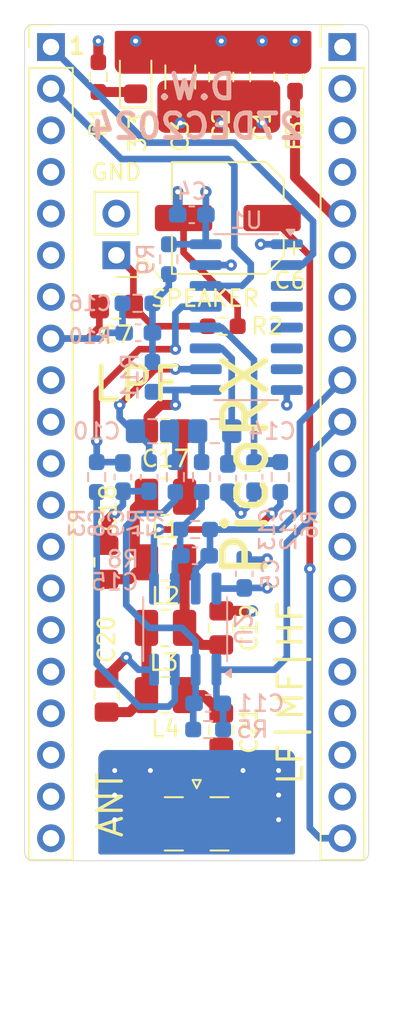
<source format=kicad_pcb>
(kicad_pcb (version 20240108) (generator "pcbnew") (generator_version "8.0")
  (layers (0 "F.Cu" signal) (1 "In1.Cu" signal) (2 "In2.Cu" signal) (31 "B.Cu" signal) (34 "B.Paste" user) (35 "F.Paste" user) (36 "B.SilkS" user "B.Silkscreen") (37 "F.SilkS" user "F.Silkscreen") (38 "B.Mask" user) (39 "F.Mask" user) (44 "Edge.Cuts" user))
  (net 0 "")
  (net 1 "GND")
  (net 2 "+3.3VA")
  (net 3 "Net-(U1-2B1)")
  (net 4 "Net-(U1-2B4)")
  (net 5 "Net-(U1-2A)")
  (net 6 "Net-(C14-Pad2)")
  (net 7 "Net-(U2A--)")
  (net 8 "/RX_Q")
  (net 9 "Net-(U1-2B2)")
  (net 10 "Net-(U1-2B3)")
  (net 11 "Net-(U2B--)")
  (net 12 "/RX_I")
  (net 13 "Net-(C21-Pad2)")
  (net 14 "/SPEAKER")
  (net 15 "/LO_Q")
  (net 16 "/LO_I")
  (net 17 "Net-(U2A-+)")
  (net 18 "Net-(U2B-+)")
  (net 24 "Net-(C6-Pad2)")
  (net 25 "Net-(J3-Pin_1)")
  (net 26 "Net-(C10-Pad2)")
  (net 27 "Net-(C16-Pad1)")
  (net 28 "Net-(C17-Pad1)")
  (net 29 "Net-(C18-Pad1)")
  (net 30 "Net-(C19-Pad1)")
  (net 31 "Net-(C20-Pad1)")
  (net 32 "Net-(J4-In)")
  (net 33 "Net-(J2-Pin_5)")
  (net 61 "Net-(D1-K)")
  (footprint "Capacitor_SMD:C_0805_2012Metric_Pad1.18x1.45mm_HandSolder" (layer "F.Cu") (at 105 140.9 90)
    (property "Reference" "C20" (at 3.4 0 90) (layer "F.SilkS"))
    (property "Value" "130p" (hide yes))
    (pad "1" smd roundrect (at -1.0375 0 90) (size 1.175 1.45) (layers "F.Cu" "F.Paste" "F.Mask") (roundrect_rratio 0.212766) (net 31 "Net-(C20-Pad1)"))
    (pad "2" smd roundrect (at 1.0375 0 90) (size 1.175 1.45) (layers "F.Cu" "F.Paste" "F.Mask") (roundrect_rratio 0.212766) (net 1 "GND"))
  )
  (footprint "Capacitor_SMD:C_0805_2012Metric_Pad1.18x1.45mm_HandSolder" (layer "F.Cu") (at 112 143.0375 90)
    (property "Reference" "C21" (at 0 1.7 90) (layer "F.SilkS"))
    (property "Value" "10n" (hide yes))
    (pad "1" smd roundrect (at -1.0375 0 90) (size 1.175 1.45) (layers "F.Cu" "F.Paste" "F.Mask") (roundrect_rratio 0.212766) (net 32 "Net-(J4-In)"))
    (pad "2" smd roundrect (at 1.0375 0 90) (size 1.175 1.45) (layers "F.Cu" "F.Paste" "F.Mask") (roundrect_rratio 0.212766) (net 13 "Net-(C21-Pad2)"))
  )
  (footprint "Inductor_SMD:L_1008_2520Metric_Pad1.43x2.20mm_HandSolder" (layer "F.Cu") (at 108.6 140.9 180)
    (property "Reference" "L4" (at 0 -2.05 0) (layer "F.SilkS"))
    (property "Value" "470n" (hide yes))
    (pad "1" smd roundrect (at -1.1625 0 180) (size 1.425 2.2) (layers "F.Cu" "F.Paste" "F.Mask") (roundrect_rratio 0.175439) (net 13 "Net-(C21-Pad2)"))
    (pad "2" smd roundrect (at 1.1625 0 180) (size 1.425 2.2) (layers "F.Cu" "F.Paste" "F.Mask") (roundrect_rratio 0.175439) (net 31 "Net-(C20-Pad1)"))
  )
  (footprint "LED_SMD:LED_0805_2012Metric_Pad1.15x1.40mm_HandSolder" (layer "F.Cu") (at 106.775 103.2 90)
    (property "Reference" "D1" (hide yes))
    (property "Value" "LED" (hide yes))
    (pad "1" smd roundrect (at -1.025 0 90) (size 1.15 1.4) (layers "F.Cu" "F.Paste" "F.Mask") (roundrect_rratio 0.217391) (net 61 "Net-(D1-K)"))
    (pad "2" smd roundrect (at 1.025 0 90) (size 1.15 1.4) (layers "F.Cu" "F.Paste" "F.Mask") (roundrect_rratio 0.217391) (net 2 "+3.3VA"))
  )
  (footprint "Capacitor_SMD:C_0805_2012Metric_Pad1.18x1.45mm_HandSolder" (layer "F.Cu") (at 105.6 117.2)
    (property "Reference" "C7" (at 0 1.7 0) (layer "F.SilkS"))
    (property "Value" "470n" (hide yes))
    (pad "1" smd roundrect (at -1.0375 0) (size 1.175 1.45) (layers "F.Cu" "F.Paste" "F.Mask") (roundrect_rratio 0.212766) (net 1 "GND"))
    (pad "2" smd roundrect (at 1.0375 0) (size 1.175 1.45) (layers "F.Cu" "F.Paste" "F.Mask") (roundrect_rratio 0.212766) (net 25 "Net-(J3-Pin_1)"))
  )
  (footprint "Connector_PinHeader_2.54mm:PinHeader_1x02_P2.54mm_Vertical" (layer "F.Cu") (at 105.6 114.07 180)
    (property "Reference" "J3" (hide yes))
    (property "Value" "Conn_01x02_Pin" (hide yes))
    (pad "1" thru_hole rect (at 0 0 180) (size 1.7 1.7) (drill 1) (layers "*.Cu" "*.Mask") (net 25 "Net-(J3-Pin_1)"))
    (pad "2" thru_hole oval (at 0 2.54 180) (size 1.7 1.7) (drill 1) (layers "*.Cu" "*.Mask") (net 1 "GND"))
  )
  (footprint "Connector_PinHeader_2.54mm:PinHeader_1x20_P2.54mm_Vertical" (layer "F.Cu") (at 119.39 101.37)
    (property "Reference" "J2" (hide yes))
    (property "Value" "Conn_01x20_Pin" (hide yes))
    (pad "1" thru_hole rect (at 0 0) (size 1.7 1.7) (drill 1) (layers "*.Cu" "*.Mask"))
    (pad "2" thru_hole oval (at 0 2.54) (size 1.7 1.7) (drill 1) (layers "*.Cu" "*.Mask"))
    (pad "3" thru_hole oval (at 0 5.08) (size 1.7 1.7) (drill 1) (layers "*.Cu" "*.Mask") (net 1 "GND"))
    (pad "4" thru_hole oval (at 0 7.62) (size 1.7 1.7) (drill 1) (layers "*.Cu" "*.Mask"))
    (pad "5" thru_hole oval (at 0 10.16) (size 1.7 1.7) (drill 1) (layers "*.Cu" "*.Mask") (net 33 "Net-(J2-Pin_5)"))
    (pad "6" thru_hole oval (at 0 12.7) (size 1.7 1.7) (drill 1) (layers "*.Cu" "*.Mask"))
    (pad "7" thru_hole oval (at 0 15.24) (size 1.7 1.7) (drill 1) (layers "*.Cu" "*.Mask"))
    (pad "8" thru_hole oval (at 0 17.78) (size 1.7 1.7) (drill 1) (layers "*.Cu" "*.Mask"))
    (pad "9" thru_hole oval (at 0 20.32) (size 1.7 1.7) (drill 1) (layers "*.Cu" "*.Mask") (net 12 "/RX_I"))
    (pad "10" thru_hole oval (at 0 22.86) (size 1.7 1.7) (drill 1) (layers "*.Cu" "*.Mask") (net 8 "/RX_Q"))
    (pad "11" thru_hole oval (at 0 25.4) (size 1.7 1.7) (drill 1) (layers "*.Cu" "*.Mask"))
    (pad "12" thru_hole oval (at 0 27.94) (size 1.7 1.7) (drill 1) (layers "*.Cu" "*.Mask"))
    (pad "13" thru_hole oval (at 0 30.48) (size 1.7 1.7) (drill 1) (layers "*.Cu" "*.Mask") (net 1 "GND"))
    (pad "14" thru_hole oval (at 0 33.02) (size 1.7 1.7) (drill 1) (layers "*.Cu" "*.Mask"))
    (pad "15" thru_hole oval (at 0 35.56) (size 1.7 1.7) (drill 1) (layers "*.Cu" "*.Mask"))
    (pad "16" thru_hole oval (at 0 38.1) (size 1.7 1.7) (drill 1) (layers "*.Cu" "*.Mask"))
    (pad "17" thru_hole oval (at 0 40.64) (size 1.7 1.7) (drill 1) (layers "*.Cu" "*.Mask"))
    (pad "18" thru_hole oval (at 0 43.18) (size 1.7 1.7) (drill 1) (layers "*.Cu" "*.Mask") (net 1 "GND"))
    (pad "19" thru_hole oval (at 0 45.72) (size 1.7 1.7) (drill 1) (layers "*.Cu" "*.Mask"))
    (pad "20" thru_hole oval (at 0 48.26) (size 1.7 1.7) (drill 1) (layers "*.Cu" "*.Mask") (net 14 "/SPEAKER"))
  )
  (footprint "Connector_Coaxial:SMA_Samtec_SMA-J-P-H-ST-EM1_EdgeMount" (layer "F.Cu") (at 110.5 148.8375 -90)
    (property "Reference" "J4" (hide yes))
    (property "Value" "Conn_Coaxial" (hide yes))
    (pad "1" smd roundrect (at 0 0) (size 1.27 3.2) (layers "F.Cu" "F.Mask") (roundrect_rratio 0.1968503937) (net 32 "Net-(J4-In)"))
    (pad "2" smd roundrect (at -0.25 -2.825) (size 1.35 3.7) (layers "F.Cu" "F.Mask") (roundrect_rratio 0.1851851852) (net 1 "GND"))
    (pad "2" smd roundrect (at -0.25 -2.825) (size 1.35 3.7) (layers "B.Cu" "B.Mask") (roundrect_rratio 0.1851851852) (net 1 "GND"))
    (pad "2" smd roundrect (at -0.25 2.825) (size 1.35 3.7) (layers "F.Cu" "F.Mask") (roundrect_rratio 0.1851851852) (net 1 "GND"))
    (pad "2" smd roundrect (at -0.25 2.825) (size 1.35 3.7) (layers "B.Cu" "B.Mask") (roundrect_rratio 0.1851851852) (net 1 "GND"))
  )
  (footprint "Capacitor_SMD:C_0805_2012Metric_Pad1.18x1.45mm_HandSolder" (layer "F.Cu") (at 105 132.8 90)
    (property "Reference" "C18" (at 3.3 0.1 90) (layer "F.SilkS"))
    (property "Value" "150p" (hide yes))
    (pad "1" smd roundrect (at -1.0375 0 90) (size 1.175 1.45) (layers "F.Cu" "F.Paste" "F.Mask") (roundrect_rratio 0.212766) (net 29 "Net-(C18-Pad1)"))
    (pad "2" smd roundrect (at 1.0375 0 90) (size 1.175 1.45) (layers "F.Cu" "F.Paste" "F.Mask") (roundrect_rratio 0.212766) (net 1 "GND"))
  )
  (footprint "Inductor_SMD:L_0603_1608Metric_Pad1.05x0.95mm_HandSolder" (layer "F.Cu") (at 116.5 103.2 -90)
    (property "Reference" "FB1" (at 4.6 0 90) (layer "F.SilkS") (effects (justify left)))
    (property "Value" "FerriteBead" (hide yes))
    (pad "1" smd roundrect (at -0.875 0 270) (size 1.05 0.95) (layers "F.Cu" "F.Paste" "F.Mask") (net 2 "+3.3VA"))
    (pad "2" smd roundrect (at 0.875 0 270) (size 1.05 0.95) (layers "F.Cu" "F.Paste" "F.Mask") (net 33 "Net-(J2-Pin_5)"))
  )
  (footprint "Resistor_SMD:R_0603_1608Metric_Pad0.98x0.95mm_HandSolder" (layer "F.Cu") (at 104.5 103.2 -90)
    (property "Reference" "R1" (at 3.8 0 90) (layer "F.SilkS") (effects (justify left)))
    (property "Value" "470" (hide yes))
    (pad "1" smd roundrect (at -0.9125 0 270) (size 0.975 0.95) (layers "F.Cu" "F.Paste" "F.Mask") (net 1 "GND"))
    (pad "2" smd roundrect (at 0.9125 0 270) (size 0.975 0.95) (layers "F.Cu" "F.Paste" "F.Mask") (net 61 "Net-(D1-K)"))
  )
  (footprint "Capacitor_SMD:C_0805_2012Metric_Pad1.18x1.45mm_HandSolder" (layer "F.Cu") (at 112 103.2 -90)
    (property "Reference" "C2" (at 4 0 90) (layer "F.SilkS") (effects (justify left)))
    (property "Value" "1u" (hide yes))
    (pad "1" smd roundrect (at -1.0375 0 270) (size 1.175 1.45) (layers "F.Cu" "F.Paste" "F.Mask") (roundrect_rratio 0.212766) (net 2 "+3.3VA"))
    (pad "2" smd roundrect (at 1.0375 0 270) (size 1.175 1.45) (layers "F.Cu" "F.Paste" "F.Mask") (roundrect_rratio 0.212766) (net 1 "GND"))
  )
  (footprint "Inductor_SMD:L_1008_2520Metric_Pad1.43x2.20mm_HandSolder" (layer "F.Cu") (at 108.6 132.8 180)
    (property "Reference" "L2" (at 0 -2.05 0) (layer "F.SilkS"))
    (property "Value" "680n" (hide yes))
    (pad "1" smd roundrect (at -1.1625 0 180) (size 1.425 2.2) (layers "F.Cu" "F.Paste" "F.Mask") (roundrect_rratio 0.175439) (net 30 "Net-(C19-Pad1)"))
    (pad "2" smd roundrect (at 1.1625 0 180) (size 1.425 2.2) (layers "F.Cu" "F.Paste" "F.Mask") (roundrect_rratio 0.175439) (net 29 "Net-(C18-Pad1)"))
  )
  (footprint "Capacitor_SMD:C_1206_3216Metric_Pad1.33x1.80mm_HandSolder" (layer "F.Cu") (at 109.5 103.2 -90)
    (property "Reference" "C3" (at 3.6 0 90) (layer "F.SilkS"))
    (property "Value" "10u" (hide yes))
    (pad "1" smd roundrect (at -1.5625 0 270) (size 1.325 1.8) (layers "F.Cu" "F.Paste" "F.Mask") (roundrect_rratio 0.188679) (net 2 "+3.3VA"))
    (pad "2" smd roundrect (at 1.5625 0 270) (size 1.325 1.8) (layers "F.Cu" "F.Paste" "F.Mask") (roundrect_rratio 0.188679) (net 1 "GND"))
  )
  (footprint "Capacitor_SMD:C_0805_2012Metric_Pad1.18x1.45mm_HandSolder" (layer "F.Cu") (at 112 136.8 90)
    (property "Reference" "C19" (at 0 1.7 90) (layer "F.SilkS"))
    (property "Value" "150p" (hide yes))
    (pad "1" smd roundrect (at -1.0375 0 90) (size 1.175 1.45) (layers "F.Cu" "F.Paste" "F.Mask") (roundrect_rratio 0.212766) (net 30 "Net-(C19-Pad1)"))
    (pad "2" smd roundrect (at 1.0375 0 90) (size 1.175 1.45) (layers "F.Cu" "F.Paste" "F.Mask") (roundrect_rratio 0.212766) (net 1 "GND"))
  )
  (footprint "Capacitor_SMD:C_0805_2012Metric_Pad1.18x1.45mm_HandSolder" (layer "F.Cu") (at 108.6 124.8 180)
    (property "Reference" "C17" (at 0 -1.68 0) (layer "F.SilkS"))
    (property "Value" "10n" (hide yes))
    (pad "1" smd roundrect (at -1.0375 0 180) (size 1.175 1.45) (layers "F.Cu" "F.Paste" "F.Mask") (roundrect_rratio 0.212766) (net 28 "Net-(C17-Pad1)"))
    (pad "2" smd roundrect (at 1.0375 0 180) (size 1.175 1.45) (layers "F.Cu" "F.Paste" "F.Mask") (roundrect_rratio 0.212766) (net 5 "Net-(U1-2A)"))
  )
  (footprint "Resistor_SMD:R_0603_1608Metric_Pad0.98x0.95mm_HandSolder" (layer "F.Cu") (at 112.0875 118.4 180)
    (property "Reference" "R2" (at -2.7125 0 0) (layer "F.SilkS"))
    (property "Value" "100" (hide yes))
    (pad "1" smd roundrect (at -0.9125 0 180) (size 0.975 0.95) (layers "F.Cu" "F.Paste" "F.Mask") (net 24 "Net-(C6-Pad2)"))
    (pad "2" smd roundrect (at 0.9125 0 180) (size 0.975 0.95) (layers "F.Cu" "F.Paste" "F.Mask") (net 25 "Net-(J3-Pin_1)"))
  )
  (footprint "Connector_PinHeader_2.54mm:PinHeader_1x20_P2.54mm_Vertical" (layer "F.Cu") (at 101.61 101.37)
    (property "Reference" "J1" (hide yes))
    (property "Value" "Conn_01x20_Pin" (hide yes))
    (pad "1" thru_hole rect (at 0 0) (size 1.7 1.7) (drill 1) (layers "*.Cu" "*.Mask") (net 15 "/LO_Q"))
    (pad "2" thru_hole oval (at 0 2.54) (size 1.7 1.7) (drill 1) (layers "*.Cu" "*.Mask") (net 16 "/LO_I"))
    (pad "3" thru_hole oval (at 0 5.08) (size 1.7 1.7) (drill 1) (layers "*.Cu" "*.Mask") (net 1 "GND"))
    (pad "4" thru_hole oval (at 0 7.62) (size 1.7 1.7) (drill 1) (layers "*.Cu" "*.Mask"))
    (pad "5" thru_hole oval (at 0 10.16) (size 1.7 1.7) (drill 1) (layers "*.Cu" "*.Mask"))
    (pad "6" thru_hole oval (at 0 12.7) (size 1.7 1.7) (drill 1) (layers "*.Cu" "*.Mask"))
    (pad "7" thru_hole oval (at 0 15.24) (size 1.7 1.7) (drill 1) (layers "*.Cu" "*.Mask"))
    (pad "8" thru_hole oval (at 0 17.78) (size 1.7 1.7) (drill 1) (layers "*.Cu" "*.Mask") (net 1 "GND"))
    (pad "9" thru_hole oval (at 0 20.32) (size 1.7 1.7) (drill 1) (layers "*.Cu" "*.Mask"))
    (pad "10" thru_hole oval (at 0 22.86) (size 1.7 1.7) (drill 1) (layers "*.Cu" "*.Mask"))
    (pad "11" thru_hole oval (at 0 25.4) (size 1.7 1.7) (drill 1) (layers "*.Cu" "*.Mask"))
    (pad "12" thru_hole oval (at 0 27.94) (size 1.7 1.7) (drill 1) (layers "*.Cu" "*.Mask"))
    (pad "13" thru_hole oval (at 0 30.48) (size 1.7 1.7) (drill 1) (layers "*.Cu" "*.Mask") (net 1 "GND"))
    (pad "14" thru_hole oval (at 0 33.02) (size 1.7 1.7) (drill 1) (layers "*.Cu" "*.Mask"))
    (pad "15" thru_hole oval (at 0 35.56) (size 1.7 1.7) (drill 1) (layers "*.Cu" "*.Mask"))
    (pad "16" thru_hole oval (at 0 38.1) (size 1.7 1.7) (drill 1) (layers "*.Cu" "*.Mask"))
    (pad "17" thru_hole oval (at 0 40.64) (size 1.7 1.7) (drill 1) (layers "*.Cu" "*.Mask"))
    (pad "18" thru_hole oval (at 0 43.18) (size 1.7 1.7) (drill 1) (layers "*.Cu" "*.Mask") (net 1 "GND"))
    (pad "19" thru_hole oval (at 0 45.72) (size 1.7 1.7) (drill 1) (layers "*.Cu" "*.Mask"))
    (pad "20" thru_hole oval (at 0 48.26) (size 1.7 1.7) (drill 1) (layers "*.Cu" "*.Mask"))
  )
  (footprint "Capacitor_SMD:C_0805_2012Metric_Pad1.18x1.45mm_HandSolder" (layer "F.Cu") (at 114.5 103.2 -90)
    (property "Reference" "C1" (at 4 0 90) (layer "F.SilkS") (effects (justify left)))
    (property "Value" "10n" (hide yes))
    (pad "1" smd roundrect (at -1.0375 0 270) (size 1.175 1.45) (layers "F.Cu" "F.Paste" "F.Mask") (roundrect_rratio 0.212766) (net 2 "+3.3VA"))
    (pad "2" smd roundrect (at 1.0375 0 270) (size 1.175 1.45) (layers "F.Cu" "F.Paste" "F.Mask") (roundrect_rratio 0.212766) (net 1 "GND"))
  )
  (footprint "Inductor_SMD:L_1008_2520Metric_Pad1.43x2.20mm_HandSolder" (layer "F.Cu") (at 108.6 128.8)
    (property "Reference" "L1" (at 0 2 0) (layer "F.SilkS"))
    (property "Value" "560n" (hide yes))
    (pad "1" smd roundrect (at -1.1625 0) (size 1.425 2.2) (layers "F.Cu" "F.Paste" "F.Mask") (roundrect_rratio 0.175439) (net 29 "Net-(C18-Pad1)"))
    (pad "2" smd roundrect (at 1.1625 0) (size 1.425 2.2) (layers "F.Cu" "F.Paste" "F.Mask") (roundrect_rratio 0.175439) (net 28 "Net-(C17-Pad1)"))
  )
  (footprint "Capacitor_SMD:CP_Elec_6.3x7.7" (layer "F.Cu") (at 112.4 111.8 180)
    (property "Reference" "C6" (at -3.8 -3.8 0) (layer "F.SilkS"))
    (property "Value" "100u" (hide yes))
    (pad "1" smd roundrect (at -2.7 0 180) (size 3.5 1.6) (layers "F.Cu" "F.Paste" "F.Mask") (roundrect_rratio 0.15625) (net 14 "/SPEAKER"))
    (pad "2" smd roundrect (at 2.7 0 180) (size 3.5 1.6) (layers "F.Cu" "F.Paste" "F.Mask") (roundrect_rratio 0.15625) (net 24 "Net-(C6-Pad2)"))
  )
  (footprint "Inductor_SMD:L_1008_2520Metric_Pad1.43x2.20mm_HandSolder" (layer "F.Cu") (at 108.6 136.8)
    (property "Reference" "L3" (at -0.1 2.1 0) (layer "F.SilkS"))
    (property "Value" "680n" (hide yes))
    (pad "1" smd roundrect (at -1.1625 0) (size 1.425 2.2) (layers "F.Cu" "F.Paste" "F.Mask") (roundrect_rratio 0.175439) (net 31 "Net-(C20-Pad1)"))
    (pad "2" smd roundrect (at 1.1625 0) (size 1.425 2.2) (layers "F.Cu" "F.Paste" "F.Mask") (roundrect_rratio 0.175439) (net 30 "Net-(C19-Pad1)"))
  )
  (footprint "Resistor_SMD:R_0603_1608Metric_Pad0.98x0.95mm_HandSolder" (layer "B.Cu") (at 106.8875 117)
    (property "Reference" "R10" (at -2.8875 2 0) (layer "B.SilkS") (effects (font (size 0.9 0.9)) (justify mirror)))
    (property "Value" "10K" (hide yes))
    (pad "1" smd roundrect (at -0.9125 0) (size 0.975 0.95) (layers "B.Cu" "B.Paste" "B.Mask") (net 1 "GND"))
    (pad "2" smd roundrect (at 0.9125 0) (size 0.975 0.95) (layers "B.Cu" "B.Paste" "B.Mask") (net 27 "Net-(C16-Pad1)"))
  )
  (footprint "Resistor_SMD:R_0603_1608Metric_Pad0.98x0.95mm_HandSolder" (layer "B.Cu") (at 115.6 127.6 -90)
    (property "Reference" "R6" (at 2.9 -1.8 90) (layer "B.SilkS") (effects (font (size 0.9 0.9)) (justify mirror)))
    (property "Value" "82" (hide yes))
    (pad "1" smd roundrect (at -0.9125 0 270) (size 0.975 0.95) (layers "B.Cu" "B.Paste" "B.Mask") (net 10 "Net-(U1-2B3)"))
    (pad "2" smd roundrect (at 0.9125 0 270) (size 0.975 0.95) (layers "B.Cu" "B.Paste" "B.Mask") (net 18 "Net-(U2B-+)"))
  )
  (footprint "Capacitor_SMD:C_0805_2012Metric_Pad1.18x1.45mm_HandSolder" (layer "B.Cu") (at 107.8 124.8)
    (property "Reference" "C10" (at -3.4 0 0) (layer "B.SilkS") (effects (justify mirror)))
    (property "Value" "10u" (hide yes))
    (pad "1" smd roundrect (at -1.0375 0) (size 1.175 1.45) (layers "B.Cu" "B.Paste" "B.Mask") (roundrect_rratio 0.212766) (net 3 "Net-(U1-2B1)"))
    (pad "2" smd roundrect (at 1.0375 0) (size 1.175 1.45) (layers "B.Cu" "B.Paste" "B.Mask") (roundrect_rratio 0.212766) (net 26 "Net-(C10-Pad2)"))
  )
  (footprint "Resistor_SMD:R_0603_1608Metric_Pad0.98x0.95mm_HandSolder" (layer "B.Cu") (at 111.2 143)
    (property "Reference" "R5" (at 2.7 0 0) (layer "B.SilkS") (effects (justify mirror)))
    (property "Value" "56k" (hide yes))
    (pad "1" smd roundrect (at -0.9125 0) (size 0.975 0.95) (layers "B.Cu" "B.Paste" "B.Mask") (net 7 "Net-(U2A--)"))
    (pad "2" smd roundrect (at 0.9125 0) (size 0.975 0.95) (layers "B.Cu" "B.Paste" "B.Mask") (net 8 "/RX_Q"))
  )
  (footprint "Capacitor_SMD:C_0603_1608Metric_Pad1.08x0.95mm_HandSolder" (layer "B.Cu") (at 111.2 141.4)
    (property "Reference" "C11" (at 3.2 0 0) (layer "B.SilkS") (effects (justify mirror)))
    (property "Value" "220p" (hide yes))
    (pad "1" smd roundrect (at -0.8625 0) (size 1.075 0.95) (layers "B.Cu" "B.Paste" "B.Mask") (net 7 "Net-(U2A--)"))
    (pad "2" smd roundrect (at 0.8625 0) (size 1.075 0.95) (layers "B.Cu" "B.Paste" "B.Mask") (net 8 "/RX_Q"))
  )
  (footprint "Capacitor_SMD:C_0603_1608Metric_Pad1.08x0.95mm_HandSolder" (layer "B.Cu") (at 106 127.6 -90)
    (property "Reference" "C8" (at 2.8 1.6 90) (layer "B.SilkS") (effects (font (size 0.9 0.9)) (justify mirror)))
    (property "Value" "56n" (hide yes))
    (pad "1" smd roundrect (at -0.8625 0 270) (size 1.075 0.95) (layers "B.Cu" "B.Paste" "B.Mask") (net 4 "Net-(U1-2B4)"))
    (pad "2" smd roundrect (at 0.8625 0 270) (size 1.075 0.95) (layers "B.Cu" "B.Paste" "B.Mask") (net 1 "GND"))
  )
  (footprint "Resistor_SMD:R_0603_1608Metric_Pad0.98x0.95mm_HandSolder" (layer "B.Cu") (at 107.8 121.4875 90)
    (property "Reference" "R11" (at 0 -1.375 90) (layer "B.SilkS") (effects (justify mirror)))
    (property "Value" "1k" (hide yes))
    (pad "1" smd roundrect (at -0.9125 0 90) (size 0.975 0.95) (layers "B.Cu" "B.Paste" "B.Mask") (net 5 "Net-(U1-2A)"))
    (pad "2" smd roundrect (at 0.9125 0 90) (size 0.975 0.95) (layers "B.Cu" "B.Paste" "B.Mask") (net 27 "Net-(C16-Pad1)"))
  )
  (footprint "Capacitor_SMD:C_0603_1608Metric_Pad1.08x0.95mm_HandSolder" (layer "B.Cu") (at 113.4 133.5 90)
    (property "Reference" "C5" (at 0 1.6 90) (layer "B.SilkS") (effects (justify mirror)))
    (property "Value" "100n" (hide yes))
    (pad "1" smd roundrect (at -0.8625 0 90) (size 1.075 0.95) (layers "B.Cu" "B.Paste" "B.Mask") (net 2 "+3.3VA"))
    (pad "2" smd roundrect (at 0.8625 0 90) (size 1.075 0.95) (layers "B.Cu" "B.Paste" "B.Mask") (net 1 "GND"))
  )
  (footprint "Package_SO:SOIC-8_3.9x4.9mm_P1.27mm" (layer "B.Cu") (at 109.8 136.875 90)
    (property "Reference" "U2" (at 0 3.5 -90) (layer "B.SilkS") (effects (justify mirror)))
    (property "Value" "MCP6022" (hide yes))
    (pad "1" smd roundrect (at -2.475 1.905 90) (size 1.95 0.6) (layers "B.Cu" "B.Paste" "B.Mask") (net 8 "/RX_Q"))
    (pad "2" smd roundrect (at -2.475 0.635 90) (size 1.95 0.6) (layers "B.Cu" "B.Paste" "B.Mask") (net 7 "Net-(U2A--)"))
    (pad "3" smd roundrect (at -2.475 -0.635 90) (size 1.95 0.6) (layers "B.Cu" "B.Paste" "B.Mask") (net 17 "Net-(U2A-+)"))
    (pad "4" smd roundrect (at -2.475 -1.905 90) (size 1.95 0.6) (layers "B.Cu" "B.Paste" "B.Mask") (net 1 "GND"))
    (pad "5" smd roundrect (at 2.475 -1.905 90) (size 1.95 0.6) (layers "B.Cu" "B.Paste" "B.Mask") (net 18 "Net-(U2B-+)"))
    (pad "6" smd roundrect (at 2.475 -0.635 90) (size 1.95 0.6) (layers "B.Cu" "B.Paste" "B.Mask") (net 11 "Net-(U2B--)"))
    (pad "7" smd roundrect (at 2.475 0.635 90) (size 1.95 0.6) (layers "B.Cu" "B.Paste" "B.Mask") (net 12 "/RX_I"))
    (pad "8" smd roundrect (at 2.475 1.905 90) (size 1.95 0.6) (layers "B.Cu" "B.Paste" "B.Mask") (net 2 "+3.3VA"))
  )
  (footprint "Capacitor_SMD:C_0603_1608Metric_Pad1.08x0.95mm_HandSolder" (layer "B.Cu") (at 107.6 127.6 -90)
    (property "Reference" "C9" (at 2.8 2 90) (layer "B.SilkS") (effects (font (size 0.9 0.9)) (justify mirror)))
    (property "Value" "56n" (hide yes))
    (pad "1" smd roundrect (at -0.8625 0 270) (size 1.075 0.95) (layers "B.Cu" "B.Paste" "B.Mask") (net 3 "Net-(U1-2B1)"))
    (pad "2" smd roundrect (at 0.8625 0 270) (size 1.075 0.95) (layers "B.Cu" "B.Paste" "B.Mask") (net 1 "GND"))
  )
  (footprint "Capacitor_SMD:C_0603_1608Metric_Pad1.08x0.95mm_HandSolder" (layer "B.Cu") (at 112.4 127.6625 -90)
    (property "Reference" "C13" (at 3.1375 -2.4 90) (layer "B.SilkS") (effects (font (size 0.9 0.9)) (justify mirror)))
    (property "Value" "56n" (hide yes))
    (pad "1" smd roundrect (at -0.8625 0 270) (size 1.075 0.95) (layers "B.Cu" "B.Paste" "B.Mask") (net 9 "Net-(U1-2B2)"))
    (pad "2" smd roundrect (at 0.8625 0 270) (size 1.075 0.95) (layers "B.Cu" "B.Paste" "B.Mask") (net 1 "GND"))
  )
  (footprint "Capacitor_SMD:C_0603_1608Metric_Pad1.08x0.95mm_HandSolder" (layer "B.Cu") (at 106.9375 118.8 180)
    (property "Reference" "C16" (at 2.9375 1.8 0) (layer "B.SilkS") (effects (font (size 0.9 0.9)) (justify mirror)))
    (property "Value" "100n" (hide yes))
    (pad "1" smd roundrect (at -0.8625 0 180) (size 1.075 0.95) (layers "B.Cu" "B.Paste" "B.Mask") (net 27 "Net-(C16-Pad1)"))
    (pad "2" smd roundrect (at 0.8625 0 180) (size 1.075 0.95) (layers "B.Cu" "B.Paste" "B.Mask") (net 1 "GND"))
  )
  (footprint "Capacitor_SMD:C_0603_1608Metric_Pad1.08x0.95mm_HandSolder" (layer "B.Cu") (at 110.4 132.4)
    (property "Reference" "C15" (at -4.9 1.6 0) (layer "B.SilkS") (effects (justify mirror)))
    (property "Value" "220p" (hide yes))
    (pad "1" smd roundrect (at -0.8625 0) (size 1.075 0.95) (layers "B.Cu" "B.Paste" "B.Mask") (net 11 "Net-(U2B--)"))
    (pad "2" smd roundrect (at 0.8625 0) (size 1.075 0.95) (layers "B.Cu" "B.Paste" "B.Mask") (net 12 "/RX_I"))
  )
  (footprint "Package_SO:SOIC-16_3.9x9.9mm_P1.27mm" (layer "B.Cu") (at 113.525 117.845 180)
    (property "Reference" "U1" (at 0 5.9 0) (layer "B.SilkS") (effects (justify mirror)))
    (property "Value" "SN74CBTLV3253" (hide yes))
    (pad "1" smd roundrect (at -2.475 4.445 180) (size 1.95 0.6) (layers "B.Cu" "B.Paste" "B.Mask") (net 1 "GND"))
    (pad "2" smd roundrect (at -2.475 3.175 180) (size 1.95 0.6) (layers "B.Cu" "B.Paste" "B.Mask") (net 15 "/LO_Q"))
    (pad "3" smd roundrect (at -2.475 1.905 180) (size 1.95 0.6) (layers "B.Cu" "B.Paste" "B.Mask"))
    (pad "4" smd roundrect (at -2.475 0.635 180) (size 1.95 0.6) (layers "B.Cu" "B.Paste" "B.Mask"))
    (pad "5" smd roundrect (at -2.475 -0.635 180) (size 1.95 0.6) (layers "B.Cu" "B.Paste" "B.Mask"))
    (pad "6" smd roundrect (at -2.475 -1.905 180) (size 1.95 0.6) (layers "B.Cu" "B.Paste" "B.Mask"))
    (pad "7" smd roundrect (at -2.475 -3.175 180) (size 1.95 0.6) (layers "B.Cu" "B.Paste" "B.Mask"))
    (pad "8" smd roundrect (at -2.475 -4.445 180) (size 1.95 0.6) (layers "B.Cu" "B.Paste" "B.Mask") (net 1 "GND"))
    (pad "9" smd roundrect (at 2.475 -4.445 180) (size 1.95 0.6) (layers "B.Cu" "B.Paste" "B.Mask") (net 5 "Net-(U1-2A)"))
    (pad "10" smd roundrect (at 2.475 -3.175 180) (size 1.95 0.6) (layers "B.Cu" "B.Paste" "B.Mask") (net 3 "Net-(U1-2B1)"))
    (pad "11" smd roundrect (at 2.475 -1.905 180) (size 1.95 0.6) (layers "B.Cu" "B.Paste" "B.Mask") (net 9 "Net-(U1-2B2)"))
    (pad "12" smd roundrect (at 2.475 -0.635 180) (size 1.95 0.6) (layers "B.Cu" "B.Paste" "B.Mask") (net 10 "Net-(U1-2B3)"))
    (pad "13" smd roundrect (at 2.475 0.635 180) (size 1.95 0.6) (layers "B.Cu" "B.Paste" "B.Mask") (net 4 "Net-(U1-2B4)"))
    (pad "14" smd roundrect (at 2.475 1.905 180) (size 1.95 0.6) (layers "B.Cu" "B.Paste" "B.Mask") (net 16 "/LO_I"))
    (pad "15" smd roundrect (at 2.475 3.175 180) (size 1.95 0.6) (layers "B.Cu" "B.Paste" "B.Mask") (net 1 "GND"))
    (pad "16" smd roundrect (at 2.475 4.445 180) (size 1.95 0.6) (layers "B.Cu" "B.Paste" "B.Mask") (net 2 "+3.3VA"))
  )
  (footprint "Resistor_SMD:R_0603_1608Metric_Pad0.98x0.95mm_HandSolder" (layer "B.Cu") (at 104.4 127.6 -90)
    (property "Reference" "R3" (at 2.8 1.2 -90) (layer "B.SilkS") (effects (font (size 0.9 0.9)) (justify mirror)))
    (property "Value" "82" (hide yes))
    (pad "1" smd roundrect (at -0.9125 0 270) (size 0.975 0.95) (layers "B.Cu" "B.Paste" "B.Mask") (net 4 "Net-(U1-2B4)"))
    (pad "2" smd roundrect (at 0.9125 0 270) (size 0.975 0.95) (layers "B.Cu" "B.Paste" "B.Mask") (net 17 "Net-(U2A-+)"))
  )
  (footprint "Resistor_SMD:R_0603_1608Metric_Pad0.98x0.95mm_HandSolder" (layer "B.Cu") (at 110.8 127.6 -90)
    (property "Reference" "R7" (at 2.8 2.8 90) (layer "B.SilkS") (effects (font (size 0.9 0.9)) (justify mirror)))
    (property "Value" "82" (hide yes))
    (pad "1" smd roundrect (at -0.9125 0 270) (size 0.975 0.95) (layers "B.Cu" "B.Paste" "B.Mask") (net 6 "Net-(C14-Pad2)"))
    (pad "2" smd roundrect (at 0.9125 0 270) (size 0.975 0.95) (layers "B.Cu" "B.Paste" "B.Mask") (net 11 "Net-(U2B--)"))
  )
  (footprint "Resistor_SMD:R_0603_1608Metric_Pad0.98x0.95mm_HandSolder" (layer "B.Cu") (at 109.2 127.6 -90)
    (property "Reference" "R4" (at 2.8 2.4 -90) (layer "B.SilkS") (effects (font (size 0.9 0.9)) (justify mirror)))
    (property "Value" "82" (hide yes))
    (pad "1" smd roundrect (at -0.9125 0 270) (size 0.975 0.95) (layers "B.Cu" "B.Paste" "B.Mask") (net 26 "Net-(C10-Pad2)"))
    (pad "2" smd roundrect (at 0.9125 0 270) (size 0.975 0.95) (layers "B.Cu" "B.Paste" "B.Mask") (net 7 "Net-(U2A--)"))
  )
  (footprint "Capacitor_SMD:C_0603_1608Metric_Pad1.08x0.95mm_HandSolder" (layer "B.Cu") (at 114 127.6 -90)
    (property "Reference" "C12" (at 3.2 -2.1 -90) (layer "B.SilkS") (effects (font (size 0.9 0.9)) (justify mirror)))
    (property "Value" "56n" (hide yes))
    (pad "1" smd roundrect (at -0.8625 0 270) (size 1.075 0.95) (layers "B.Cu" "B.Paste" "B.Mask") (net 10 "Net-(U1-2B3)"))
    (pad "2" smd roundrect (at 0.8625 0 270) (size 1.075 0.95) (layers "B.Cu" "B.Paste" "B.Mask") (net 1 "GND"))
  )
  (footprint "Capacitor_SMD:C_0805_2012Metric_Pad1.18x1.45mm_HandSolder" (layer "B.Cu") (at 111.6 124.8 180)
    (property "Reference" "C14" (at -3.5 0 0) (layer "B.SilkS") (effects (justify mirror)))
    (property "Value" "10u" (hide yes))
    (pad "1" smd roundrect (at -1.0375 0 180) (size 1.175 1.45) (layers "B.Cu" "B.Paste" "B.Mask") (roundrect_rratio 0.212766) (net 9 "Net-(U1-2B2)"))
    (pad "2" smd roundrect (at 1.0375 0 180) (size 1.175 1.45) (layers "B.Cu" "B.Paste" "B.Mask") (roundrect_rratio 0.212766) (net 6 "Net-(C14-Pad2)"))
  )
  (footprint "Capacitor_SMD:C_0603_1608Metric_Pad1.08x0.95mm_HandSolder" (layer "B.Cu") (at 110.2 111.6 180)
    (property "Reference" "C4" (at 0 1.43 0) (layer "B.SilkS") (effects (justify mirror)))
    (property "Value" "100n" (hide yes))
    (pad "1" smd roundrect (at -0.8625 0 180) (size 1.075 0.95) (layers "B.Cu" "B.Paste" "B.Mask") (net 2 "+3.3VA"))
    (pad "2" smd roundrect (at 0.8625 0 180) (size 1.075 0.95) (layers "B.Cu" "B.Paste" "B.Mask") (net 1 "GND"))
  )
  (footprint "Resistor_SMD:R_0603_1608Metric_Pad0.98x0.95mm_HandSolder" (layer "B.Cu") (at 110.4 130.8)
    (property "Reference" "R8" (at -4.4 1.8 0) (layer "B.SilkS") (effects (justify mirror)))
    (property "Value" "56k" (hide yes))
    (pad "1" smd roundrect (at -0.9125 0) (size 0.975 0.95) (layers "B.Cu" "B.Paste" "B.Mask") (net 11 "Net-(U2B--)"))
    (pad "2" smd roundrect (at 0.9125 0) (size 0.975 0.95) (layers "B.Cu" "B.Paste" "B.Mask") (net 12 "/RX_I"))
  )
  (footprint "Resistor_SMD:R_0603_1608Metric_Pad0.98x0.95mm_HandSolder" (layer "B.Cu") (at 108.8 114.3125 90)
    (property "Reference" "R9" (at 0 -1.4 90) (layer "B.SilkS") (effects (justify mirror)))
    (property "Value" "10k" (hide yes))
    (pad "1" smd roundrect (at -0.9125 0 90) (size 0.975 0.95) (layers "B.Cu" "B.Paste" "B.Mask") (net 27 "Net-(C16-Pad1)"))
    (pad "2" smd roundrect (at 0.9125 0 90) (size 0.975 0.95) (layers "B.Cu" "B.Paste" "B.Mask") (net 2 "+3.3VA"))
  )
  (gr_line (start 107.3 114.3) (end 108.4 115.6) (stroke (width 0.1)) (layer "F.SilkS"))
  (gr_arc (start 100.5 151) (mid 100.146447 150.853553) (end 100 150.5) (stroke (width 0.05)) (layer "Edge.Cuts"))
  (gr_arc (start 120.5 100) (mid 120.853553 100.146447) (end 121 100.5) (stroke (width 0.05)) (layer "Edge.Cuts"))
  (gr_line (start 120.5 100) (end 100.5 100) (stroke (width 0.05)) (layer "Edge.Cuts"))
  (gr_line (start 121 150.5) (end 121 100.5) (stroke (width 0.05)) (layer "Edge.Cuts"))
  (gr_arc (start 100 100.5) (mid 100.146447 100.146447) (end 100.5 100) (stroke (width 0.05)) (layer "Edge.Cuts"))
  (gr_line (start 100 100.5) (end 100 150.5) (stroke (width 0.05)) (layer "Edge.Cuts"))
  (gr_line (start 100.5 151) (end 120.5 151) (stroke (width 0.05)) (layer "Edge.Cuts"))
  (gr_arc (start 121 150.5) (mid 120.853553 150.853553) (end 120.5 151) (stroke (width 0.05)) (layer "Edge.Cuts"))
  (gr_text "D.W.\n27DEC2024" (at 110.5 105 0) (layer "B.SilkS") (effects (font (size 1.5 1.5) (thickness 0.3) (bold yes)) (justify mirror)))
  (gr_text "ANT" (at 106.1 149.7 90) (layer "F.SilkS") (effects (font (size 1.5 1.5) (thickness 0.2)) (justify left bottom)))
  (gr_text "PicoRX" (at 115 133.9 90) (layer "F.SilkS") (effects (font (size 2.6 2.6) (thickness 0.4) (bold yes)) (justify left bottom)))
  (gr_text "1" (at 103.2 101.3 0) (layer "F.SilkS") (effects (font (size 1 1) (thickness 0.2) (bold yes))))
  (gr_text "SPEAKER" (at 111 116.7 0) (layer "F.SilkS") (effects (font (size 1 1))))
  (gr_text "LF|MF|HF" (at 117.1 146.5 90) (layer "F.SilkS") (effects (font (size 1.5 1.5) (thickness 0.2)) (justify left bottom)))
  (gr_text "GND" (at 105.6 109 0) (layer "F.SilkS") (effects (font (size 1 1))))
  (gr_text "LPF" (at 104 123.1 0) (layer "F.SilkS") (effects (font (size 2 2) (thickness 0.3)) (justify left bottom)))
  (gr_text "3.3" (at 107.475 107.9 90) (layer "F.SilkS") (effects (font (size 1 1)) (justify left bottom)))
  (segment (start 104.5 102.2875) (end 104.5 101) (width 0.6096) (layer "F.Cu") (net 1))
  (segment (start 105 131.7625) (end 105 130.3) (width 0.6096) (layer "F.Cu") (net 1))
  (segment (start 104.5625 118.4375) (end 104.5625 117.2) (width 0.4064) (layer "F.Cu") (net 1))
  (segment (start 101.61 119.15) (end 103.85 119.15) (width 0.4064) (layer "F.Cu") (net 1))
  (segment (start 105 130.3) (end 105.5 129.8) (width 0.6096) (layer "F.Cu") (net 1))
  (segment (start 103.85 119.15) (end 104.5625 118.4375) (width 0.4064) (layer "F.Cu") (net 1))
  (segment (start 105 139.8625) (end 105 139.8) (width 0.6096) (layer "F.Cu") (net 1))
  (segment (start 112 135.7625) (end 113.9 135.7625) (width 0.6096) (layer "F.Cu") (net 1))
  (segment (start 105 139.8) (end 106.2 138.6) (width 0.6096) (layer "F.Cu") (net 1))
  (via (at 112.6 114.67) (size 0.7) (drill 0.3) (layers "F.Cu" "B.Cu") (net 1))
  (via (at 109.3375 110.2) (size 0.7) (drill 0.3) (layers "F.Cu" "B.Cu") (net 1))
  (via (at 113.2 129.8) (size 0.7) (drill 0.3) (layers "F.Cu" "B.Cu") (net 1))
  (via (at 114.5 106) (size 0.7) (drill 0.3) (layers "F.Cu" "B.Cu") (net 1))
  (via (at 109.5 106) (size 0.7) (drill 0.3) (layers "F.Cu" "B.Cu") (net 1))
  (via (at 107.675 145.5) (size 0.7) (drill 0.3) (layers "F.Cu" "B.Cu") (net 1))
  (via (at 106.2 138.6) (size 0.7) (drill 0.3) (layers "F.Cu" "B.Cu") (net 1))
  (via (at 113.9 135.7625) (size 0.7) (drill 0.3) (layers "F.Cu" "B.Cu") (net 1))
  (via (at 115.5 145.5) (size 0.7) (drill 0.3) (layers "F.Cu" "B.Cu") (net 1))
  (via (at 104.5 101) (size 0.7) (drill 0.3) (layers "F.Cu" "B.Cu") (net 1))
  (via (at 114.4 113.4) (size 0.7) (drill 0.3) (layers "F.Cu" "B.Cu") (net 1))
  (via (at 105.5 129.8) (size 0.7) (drill 0.3) (layers "F.Cu" "B.Cu") (net 1))
  (via (at 114.8 132.6) (size 0.7) (drill 0.3) (layers "F.Cu" "B.Cu") (net 1))
  (via (at 112 106) (size 0.7) (drill 0.3) (layers "F.Cu" "B.Cu") (net 1))
  (via (at 113.325 145.5) (size 0.7) (drill 0.3) (layers "F.Cu" "B.Cu") (net 1))
  (via (at 105.5 145.5) (size 0.7) (drill 0.3) (layers "F.Cu" "B.Cu") (net 1))
  (via (at 115.5 147) (size 0.7) (drill 0.3) (layers "F.Cu" "B.Cu") (net 1))
  (via (at 105.5 147) (size 0.7) (drill 0.3) (layers "F.Cu" "B.Cu") (net 1))
  (via (at 115.5 148.5) (size 0.7) (drill 0.3) (layers "F.Cu" "B.Cu") (net 1))
  (via (at 105.5 148.5) (size 0.7) (drill 0.3) (layers "F.Cu" "B.Cu") (net 1))
  (via (at 116 123.2) (size 0.7) (drill 0.3) (layers "F.Cu" "B.Cu") (net 1))
  (segment (start 105.975 117) (end 105.975 118.7) (width 0.4064) (layer "B.Cu") (net 1))
  (segment (start 112.4 128.525) (end 112.4 129) (width 0.4064) (layer "B.Cu") (net 1))
  (segment (start 106.2 138.6) (end 106.95 139.35) (width 0.4064) (layer "B.Cu") (net 1))
  (segment (start 105 118.8) (end 104.65 119.15) (width 0.4064) (layer "B.Cu") (net 1))
  (segment (start 109.3375 111.6) (end 109.3375 110.2) (width 0.6096) (layer "B.Cu") (net 1))
  (segment (start 105.975 118.7) (end 106.075 118.8) (width 0.4064) (layer "B.Cu") (net 1))
  (segment (start 107.6 128.4625) (end 106 128.4625) (width 0.4064) (layer "B.Cu") (net 1))
  (segment (start 104.65 119.15) (end 101.61 119.15) (width 0.4064) (layer "B.Cu") (net 1))
  (segment (start 111.05 114.67) (end 112.6 114.67) (width 0.4064) (layer "B.Cu") (net 1))
  (segment (start 112.4 129) (end 113.2 129.8) (width 0.4064) (layer "B.Cu") (net 1))
  (segment (start 106 129.3) (end 105.5 129.8) (width 0.4064) (layer "B.Cu") (net 1))
  (segment (start 114 128.4625) (end 114 129) (width 0.4064) (layer "B.Cu") (net 1))
  (segment (start 114 129) (end 113.2 129.8) (width 0.4064) (layer "B.Cu") (net 1))
  (segment (start 101.96 118.8) (end 101.61 119.15) (width 0.4064) (layer "B.Cu") (net 1))
  (segment (start 116 113.4) (end 114.4 113.4) (width 0.4064) (layer "B.Cu") (net 1))
  (segment (start 116 122.29) (end 116 123.2) (width 0.4064) (layer "B.Cu") (net 1))
  (segment (start 106.075 118.8) (end 105 118.8) (width 0.4064) (layer "B.Cu") (net 1))
  (segment (start 114.7625 132.6375) (end 114.8 132.6) (width 0.4064) (layer "B.Cu") (net 1))
  (segment (start 113.4 132.6375) (end 114.7625 132.6375) (width 0.4064) (layer "B.Cu") (net 1))
  (segment (start 106.95 139.35) (end 107.895 139.35) (width 0.4064) (layer "B.Cu") (net 1))
  (segment (start 106 128.4625) (end 106 129.3) (width 0.4064) (layer "B.Cu") (net 1))
  (segment (start 114.6625 102.325) (end 114.5 102.1625) (width 0.6096) (layer "F.Cu") (net 2))
  (via (at 114.8 134.3625) (size 0.7) (drill 0.3) (layers "F.Cu" "B.Cu") (net 2))
  (via (at 116.5 101) (size 0.7) (drill 0.3) (layers "F.Cu" "B.Cu") (net 2))
  (via (at 106.775 101) (size 0.7) (drill 0.3) (layers "F.Cu" "B.Cu") (net 2))
  (via (at 114.5 101) (size 0.7) (drill 0.3) (layers "F.Cu" "B.Cu") (net 2))
  (via (at 112 101) (size 0.7) (drill 0.3) (layers "F.Cu" "B.Cu") (net 2))
  (via (at 111.0625 110.2) (size 0.7) (drill 0.3) (layers "F.Cu" "B.Cu") (net 2))
  (segment (start 108.8 113.4) (end 111.05 113.4) (width 0.4064) (layer "B.Cu") (net 2))
  (segment (start 111.05 111.6125) (end 111.0625 111.6) (width 0.4064) (layer "B.Cu") (net 2))
  (segment (start 111.05 113.4) (end 111.05 111.6125) (width 0.4064) (layer "B.Cu") (net 2))
  (segment (start 113.3625 134.4) (end 113.4 134.3625) (width 0.4064) (layer "B.Cu") (net 2))
  (segment (start 111.705 134.4) (end 113.3625 134.4) (width 0.4064) (layer "B.Cu") (net 2))
  (segment (start 111.0625 110.2) (end 111.0625 111.6) (width 0.4064) (layer "B.Cu") (net 2))
  (segment (start 113.4 134.3625) (end 114.8 134.3625) (width 0.4064) (layer "B.Cu") (net 2))
  (segment (start 107.98 121.02) (end 105.8 123.2) (width 0.4064) (layer "F.Cu") (net 3))
  (segment (start 109.2 121.02) (end 107.98 121.02) (width 0.4064) (layer "F.Cu") (net 3))
  (via (at 105.8 123.2) (size 0.7) (drill 0.3) (layers "F.Cu" "B.Cu") (net 3))
  (via (at 109.2 121.02) (size 0.7) (drill 0.3) (layers "F.Cu" "B.Cu") (net 3))
  (segment (start 107.6 126.7375) (end 107.6 125.6375) (width 0.4064) (layer "B.Cu") (net 3))
  (segment (start 105.8 124) (end 105.8 123.2) (width 0.4064) (layer "B.Cu") (net 3))
  (segment (start 111.05 121.02) (end 109.2 121.02) (width 0.4064) (layer "B.Cu") (net 3))
  (segment (start 106.6 124.8) (end 105.8 124) (width 0.4064) (layer "B.Cu") (net 3))
  (segment (start 107.6 125.6375) (end 106.7625 124.8) (width 0.4064) (layer "B.Cu") (net 3))
  (segment (start 106.7625 124.8) (end 106.6 124.8) (width 0.4064) (layer "B.Cu") (net 3))
  (segment (start 107 119.8) (end 104.4 122.4) (width 0.4064) (layer "F.Cu") (net 4))
  (segment (start 104.4 122.4) (end 104.4 125.4) (width 0.4064) (layer "F.Cu") (net 4))
  (segment (start 109.2 119.8) (end 107 119.8) (width 0.4064) (layer "F.Cu") (net 4))
  (via (at 104.4 125.4) (size 0.7) (drill 0.3) (layers "F.Cu" "B.Cu") (net 4))
  (via (at 109.2 119.8) (size 0.7) (drill 0.3) (layers "F.Cu" "B.Cu") (net 4))
  (segment (start 111.05 117.21) (end 109.59 117.21) (width 0.4064) (layer "B.Cu") (net 4))
  (segment (start 105.95 126.6875) (end 106 126.7375) (width 0.4064) (layer "B.Cu") (net 4))
  (segment (start 104.4 126.6875) (end 105.95 126.6875) (width 0.4064) (layer "B.Cu") (net 4))
  (segment (start 109.59 117.21) (end 109.2 117.6) (width 0.4064) (layer "B.Cu") (net 4))
  (segment (start 109.2 117.6) (end 109.2 119.8) (width 0.4064) (layer "B.Cu") (net 4))
  (segment (start 104.4 125.4) (end 104.4 126.6875) (width 0.4064) (layer "B.Cu") (net 4))
  (segment (start 109.2 123.2) (end 109.1625 123.2) (width 0.4064) (layer "F.Cu") (net 5))
  (segment (start 107.5625 124.8) (end 107.5625 123.9375) (width 0.6096) (layer "F.Cu") (net 5))
  (segment (start 108.3 123.2) (end 109.2 123.2) (width 0.6096) (layer "F.Cu") (net 5))
  (segment (start 107.5625 123.9375) (end 108.3 123.2) (width 0.6096) (layer "F.Cu") (net 5))
  (via (at 109.2 123.2) (size 0.7) (drill 0.3) (layers "F.Cu" "B.Cu") (net 5))
  (segment (start 109.2 123.2) (end 109.2 122.29) (width 0.4064) (layer "B.Cu") (net 5))
  (segment (start 109.2 122.29) (end 107.71 122.29) (width 0.4064) (layer "B.Cu") (net 5))
  (segment (start 107.71 122.29) (end 107.6 122.4) (width 0.4064) (layer "B.Cu") (net 5))
  (segment (start 111.05 122.29) (end 109.2 122.29) (width 0.4064) (layer "B.Cu") (net 5))
  (segment (start 110.8 126.6875) (end 110.8 125.0375) (width 0.4064) (layer "B.Cu") (net 6))
  (segment (start 110.8 125.0375) (end 110.5625 124.8) (width 0.4064) (layer "B.Cu") (net 6))
  (segment (start 110.435 137.635) (end 110.435 139.35) (width 0.4064) (layer "B.Cu") (net 7))
  (segment (start 110.435 141.3025) (end 110.3375 141.4) (width 0.4064) (layer "B.Cu") (net 7))
  (segment (start 110.2875 143) (end 110.2875 141.45) (width 0.4064) (layer "B.Cu") (net 7))
  (segment (start 109.2 129) (end 108.4 129.8) (width 0.4064) (layer "B.Cu") (net 7))
  (segment (start 107.6 136.8) (end 109.6 136.8) (width 0.4064) (layer "B.Cu") (net 7))
  (segment (start 106.2 135.4) (end 107.6 136.8) (width 0.4064) (layer "B.Cu") (net 7))
  (segment (start 107 129.8) (end 106.2 130.6) (width 0.4064) (layer "B.Cu") (net 7))
  (segment (start 109.6 136.8) (end 110.435 137.635) (width 0.4064) (layer "B.Cu") (net 7))
  (segment (start 108.4 129.8) (end 107 129.8) (width 0.4064) (layer "B.Cu") (net 7))
  (segment (start 106.2 130.6) (end 106.2 135.4) (width 0.4064) (layer "B.Cu") (net 7))
  (segment (start 110.435 139.35) (end 110.435 141.3025) (width 0.4064) (layer "B.Cu") (net 7))
  (segment (start 110.2875 141.45) (end 110.3375 141.4) (width 0.4064) (layer "B.Cu") (net 7))
  (segment (start 109.2 128.5125) (end 109.2 129) (width 0.4064) (layer "B.Cu") (net 7))
  (segment (start 111.705 141.0425) (end 112.0625 141.4) (width 0.4064) (layer "B.Cu") (net 8))
  (segment (start 112.1125 143) (end 112.1125 141.45) (width 0.4064) (layer "B.Cu") (net 8))
  (segment (start 116 131.6) (end 117.6 130) (width 0.4064) (layer "B.Cu") (net 8))
  (segment (start 111.705 139.35) (end 115.25 139.35) (width 0.4064) (layer "B.Cu") (net 8))
  (segment (start 116 138.6) (end 116 131.6) (width 0.4064) (layer "B.Cu") (net 8))
  (segment (start 117.6 126.02) (end 119.39 124.23) (width 0.4064) (layer "B.Cu") (net 8))
  (segment (start 115.25 139.35) (end 116 138.6) (width 0.4064) (layer "B.Cu") (net 8))
  (segment (start 111.705 139.35) (end 111.705 141.0425) (width 0.4064) (layer "B.Cu") (net 8))
  (segment (start 117.6 130) (end 117.6 126.02) (width 0.4064) (layer "B.Cu") (net 8))
  (segment (start 112.1125 141.45) (end 112.0625 141.4) (width 0.4064) (layer "B.Cu") (net 8))
  (segment (start 112.6375 120.362501) (end 112.6375 124.8) (width 0.4064) (layer "B.Cu") (net 9))
  (segment (start 111.05 119.75) (end 112.024999 119.75) (width 0.4064) (layer "B.Cu") (net 9))
  (segment (start 112.4 126.8) (end 112.4 125.0375) (width 0.4064) (layer "B.Cu") (net 9))
  (segment (start 112.4 125.0375) (end 112.6375 124.8) (width 0.4064) (layer "B.Cu") (net 9))
  (segment (start 112.024999 119.75) (end 112.6375 120.362501) (width 0.4064) (layer "B.Cu") (net 9))
  (segment (start 114 120.455001) (end 114 126.7375) (width 0.4064) (layer "B.Cu") (net 10))
  (segment (start 114.05 126.6875) (end 114 126.7375) (width 0.6096) (layer "B.Cu") (net 10))
  (segment (start 115.6 126.6875) (end 114.05 126.6875) (width 0.6096) (layer "B.Cu") (net 10))
  (segment (start 111.05 118.48) (end 112.024999 118.48) (width 0.4064) (layer "B.Cu") (net 10))
  (segment (start 112.024999 118.48) (end 114 120.455001) (width 0.4064) (layer "B.Cu") (net 10))
  (segment (start 109.4875 130.8) (end 109.4875 132.35) (width 0.4064) (layer "B.Cu") (net 11))
  (segment (start 109.165 132.7725) (end 109.5375 132.4) (width 0.4064) (layer "B.Cu") (net 11))
  (segment (start 109.4875 132.35) (end 109.5375 132.4) (width 0.4064) (layer "B.Cu") (net 11))
  (segment (start 110.8 129.4875) (end 109.4875 130.8) (width 0.4064) (layer "B.Cu") (net 11))
  (segment (start 109.165 134.4) (end 109.165 132.7725) (width 0.4064) (layer "B.Cu") (net 11))
  (segment (start 110.8 128.5125) (end 110.8 129.4875) (width 0.4064) (layer "B.Cu") (net 11))
  (segment (start 115.6 130.8) (end 116.8 129.6) (width 0.4064) (layer "B.Cu") (net 12))
  (segment (start 111.3125 132.35) (end 111.2625 132.4) (width 0.4064) (layer "B.Cu") (net 12))
  (segment (start 116.8 124.28) (end 119.39 121.69) (width 0.4064) (layer "B.Cu") (net 12))
  (segment (start 111.3125 130.8) (end 111.3125 132.35) (width 0.4064) (layer "B.Cu") (net 12))
  (segment (start 116.8 129.6) (end 116.8 124.28) (width 0.4064) (layer "B.Cu") (net 12))
  (segment (start 111.3125 130.8) (end 115.6 130.8) (width 0.4064) (layer "B.Cu") (net 12))
  (segment (start 110.435 134.4) (end 110.435 133.2275) (width 0.4064) (layer "B.Cu") (net 12))
  (segment (start 110.435 133.2275) (end 111.2625 132.4) (width 0.4064) (layer "B.Cu") (net 12))
  (segment (start 109.7625 140.9) (end 110.9 140.9) (width 0.6096) (layer "F.Cu") (net 13))
  (segment (start 110.9 140.9) (end 112 142) (width 0.6096) (layer "F.Cu") (net 13))
  (segment (start 117.4 133.2) (end 117.4 114.1) (width 0.4064) (layer "F.Cu") (net 14))
  (segment (start 117.4 114.1) (end 115.1 111.8) (width 0.4064) (layer "F.Cu") (net 14))
  (via (at 117.4 133.2) (size 0.7) (drill 0.3) (layers "F.Cu" "B.Cu") (net 14))
  (segment (start 117.4 149) (end 118.03 149.63) (width 0.4064) (layer "B.Cu") (net 14))
  (segment (start 118.03 149.63) (end 119.39 149.63) (width 0.4064) (layer "B.Cu") (net 14))
  (segment (start 117.4 133.2) (end 117.4 149) (width 0.4064) (layer "B.Cu") (net 14))
  (segment (start 117.6 114) (end 117.6 112) (width 0.4064) (layer "B.Cu") (net 15))
  (segment (start 112.8 107.2) (end 107.44 107.2) (width 0.4064) (layer "B.Cu") (net 15))
  (segment (start 107.44 107.2) (end 101.61 101.37) (width 0.4064) (layer "B.Cu") (net 15))
  (segment (start 116 114.67) (end 116.93 114.67) (width 0.4064) (layer "B.Cu") (net 15))
  (segment (start 117.6 112) (end 112.8 107.2) (width 0.4064) (layer "B.Cu") (net 15))
  (segment (start 116.93 114.67) (end 117.6 114) (width 0.4064) (layer "B.Cu") (net 15))
  (segment (start 105.9 108.2) (end 101.61 103.91) (width 0.4064) (layer "B.Cu") (net 16))
  (segment (start 113.26 115.94) (end 113.8 115.4) (width 0.4064) (layer "B.Cu") (net 16))
  (segment (start 113.8 114.6) (end 112.8 113.6) (width 0.4064) (layer "B.Cu") (net 16))
  (segment (start 111.05 115.94) (end 113.26 115.94) (width 0.4064) (layer "B.Cu") (net 16))
  (segment (start 112.8 108.6) (end 112.4 108.2) (width 0.4064) (layer "B.Cu") (net 16))
  (segment (start 112.8 113.6) (end 112.8 108.6) (width 0.4064) (layer "B.Cu") (net 16))
  (segment (start 113.8 115.4) (end 113.8 114.6) (width 0.4064) (layer "B.Cu") (net 16))
  (segment (start 112.4 108.2) (end 105.9 108.2) (width 0.4064) (layer "B.Cu") (net 16))
  (segment (start 109.165 141.235) (end 108.8 141.6) (width 0.4064) (layer "B.Cu") (net 17))
  (segment (start 109.165 139.35) (end 109.165 141.235) (width 0.4064) (layer "B.Cu") (net 17))
  (segment (start 107 141.6) (end 104.4 139) (width 0.4064) (layer "B.Cu") (net 17))
  (segment (start 104.4 139) (end 104.4 128.5125) (width 0.4064) (layer "B.Cu") (net 17))
  (segment (start 108.8 141.6) (end 107 141.6) (width 0.4064) (layer "B.Cu") (net 17))
  (segment (start 114.1 130.8) (end 108.2 130.8) (width 0.4064) (layer "F.Cu") (net 18))
  (segment (start 115.1 129.8) (end 114.1 130.8) (width 0.4064) (layer "F.Cu") (net 18))
  (via (at 108.2 130.8) (size 0.7) (drill 0.3) (layers "F.Cu" "B.Cu") (net 18))
  (via (at 115.1 129.8) (size 0.7) (drill 0.3) (layers "F.Cu" "B.Cu") (net 18))
  (segment (start 107.895 134.4) (end 107.895 131.105) (width 0.4064) (layer "B.Cu") (net 18))
  (segment (start 115.6 129.3) (end 115.6 128.5125) (width 0.4064) (layer "B.Cu") (net 18))
  (segment (start 107.895 131.105) (end 108.2 130.8) (width 0.4064) (layer "B.Cu") (net 18))
  (segment (start 115.1 129.8) (end 115.6 129.3) (width 0.4064) (layer "B.Cu") (net 18))
  (segment (start 109.7 113.9) (end 113 117.2) (width 0.4064) (layer "F.Cu") (net 24))
  (segment (start 109.7 111.8) (end 109.7 113.9) (width 0.4064) (layer "F.Cu") (net 24))
  (segment (start 113 118.4) (end 113 117.2) (width 0.4064) (layer "F.Cu") (net 24))
  (segment (start 111.175 118.4) (end 107.8375 118.4) (width 0.4064) (layer "F.Cu") (net 25))
  (segment (start 106.6375 115.1075) (end 105.6 114.07) (width 0.4064) (layer "F.Cu") (net 25))
  (segment (start 107.8375 118.4) (end 106.6375 117.2) (width 0.4064) (layer "F.Cu") (net 25))
  (segment (start 106.6375 117.2) (end 106.6375 115.1075) (width 0.4064) (layer "F.Cu") (net 25))
  (segment (start 109.2 125.1625) (end 108.8375 124.8) (width 0.4064) (layer "B.Cu") (net 26))
  (segment (start 109.2 126.6875) (end 109.2 125.1625) (width 0.4064) (layer "B.Cu") (net 26))
  (segment (start 107.8 118.8) (end 107.8 120.575) (width 0.4064) (layer "B.Cu") (net 27))
  (segment (start 108.8 115.225) (end 108.8 116) (width 0.4064) (layer "B.Cu") (net 27))
  (segment (start 107.8 117) (end 107.8 118.8) (width 0.4064) (layer "B.Cu") (net 27))
  (segment (start 108.8 116) (end 107.8 117) (width 0.4064) (layer "B.Cu") (net 27))
  (segment (start 108.6 115.425) (end 108.8 115.225) (width 0.4064) (layer "B.Cu") (net 27))
  (segment (start 109.6375 128.675) (end 109.7625 128.8) (width 0.6096) (layer "F.Cu") (net 28))
  (segment (start 109.6375 124.8) (end 109.6375 128.675) (width 0.6096) (layer "F.Cu") (net 28))
  (segment (start 106.4 133.8375) (end 107.4375 132.8) (width 0.6096) (layer "F.Cu") (net 29))
  (segment (start 107.4375 132.8) (end 106.725 132.0875) (width 0.6096) (layer "F.Cu") (net 29))
  (segment (start 106.725 129.5125) (end 107.4375 128.8) (width 0.6096) (layer "F.Cu") (net 29))
  (segment (start 106.725 132.0875) (end 106.725 129.5125) (width 0.6096) (layer "F.Cu") (net 29))
  (segment (start 105 133.8375) (end 106.4 133.8375) (width 0.6096) (layer "F.Cu") (net 29))
  (segment (start 109.7625 136.8) (end 109.7625 132.8) (width 0.6096) (layer "F.Cu") (net 30))
  (segment (start 112 137.8375) (end 110.8 137.8375) (width 0.6096) (layer "F.Cu") (net 30))
  (segment (start 110.8 137.8375) (end 109.7625 136.8) (width 0.6096) (layer "F.Cu") (net 30))
  (segment (start 105 141.9375) (end 106.4 141.9375) (width 0.6096) (layer "F.Cu") (net 31))
  (segment (start 107.4375 140.9) (end 107.4375 136.8) (width 0.6096) (layer "F.Cu") (net 31))
  (segment (start 106.4 141.9375) (end 107.4375 140.9) (width 0.6096) (layer "F.Cu") (net 31))
  (segment (start 110.5 145.575) (end 112 144.075) (width 0.6096) (layer "F.Cu") (net 32))
  (segment (start 110.5 148.8375) (end 110.5 145.575) (width 0.6096) (layer "F.Cu") (net 32))
  (segment (start 118.73 111.53) (end 116.5 109.3) (width 0.6096) (layer "F.Cu") (net 33))
  (segment (start 116.5 109.3) (end 116.5 104.075) (width 0.6096) (layer "F.Cu") (net 33))
  (segment (start 119.39 111.53) (end 118.73 111.53) (width 0.6096) (layer "F.Cu") (net 33))
  (segment (start 106.6625 104.1125) (end 106.775 104.225) (width 0.6096) (layer "F.Cu") (net 61))
  (segment (start 104.5 104.1125) (end 106.6625 104.1125) (width 0.6096) (layer "F.Cu") (net 61))
  (segment (start 104.6125 104.225) (end 104.5 104.1125) (width 0.6096) (layer "F.Cu") (net 61))
  (zone (net 1) (net_name "GND") (layer "F.Cu") (priority 4) (connect_pads yes (clearance 0.4)) (min_thickness 0.25) (fill yes (thermal_gap 0.5) (thermal_bridge_width 0.5) (smoothing fillet) (radius 0.5))
    (polygon (pts (xy 115.6 103.4) (xy 108.1 103.4) (xy 108.1 106.6) (xy 115.6 106.6)))
  )
  (zone (net 2) (net_name "+3.3VA") (layer "F.Cu") (priority 3) (connect_pads yes (clearance 0.4)) (min_thickness 0.25) (fill yes (thermal_gap 0.5) (thermal_bridge_width 0.5) (smoothing fillet) (radius 0.5))
    (polygon (pts (xy 105.5 99.5) (xy 105.5 103) (xy 117.5 103) (xy 117.5 99.5)))
  )
  (zone (net 1) (net_name "GND") (layers "F&B.Cu") (priority 2) (connect_pads yes (clearance 0.4)) (min_thickness 0.25) (fill yes (thermal_gap 0.5) (thermal_bridge_width 0.5) (smoothing fillet) (radius 0.5))
    (polygon (pts (xy 116.5 144.25) (xy 104.5 144.25) (xy 104.5 151.5) (xy 116.5 151.5)))
  )
)
</source>
